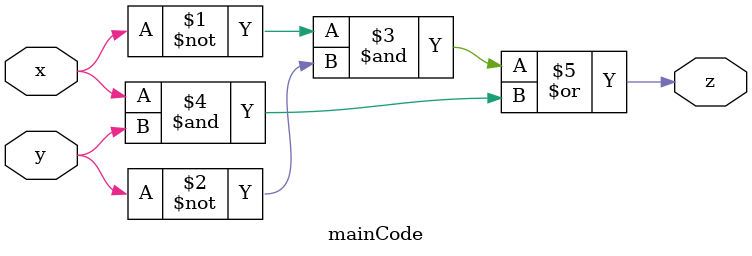
<source format=v>
`timescale 1ns / 1ps


module mainCode(
    input x,
    input y,
    output z
    );
    assign z = (~x & ~y) | (x & y);
endmodule

</source>
